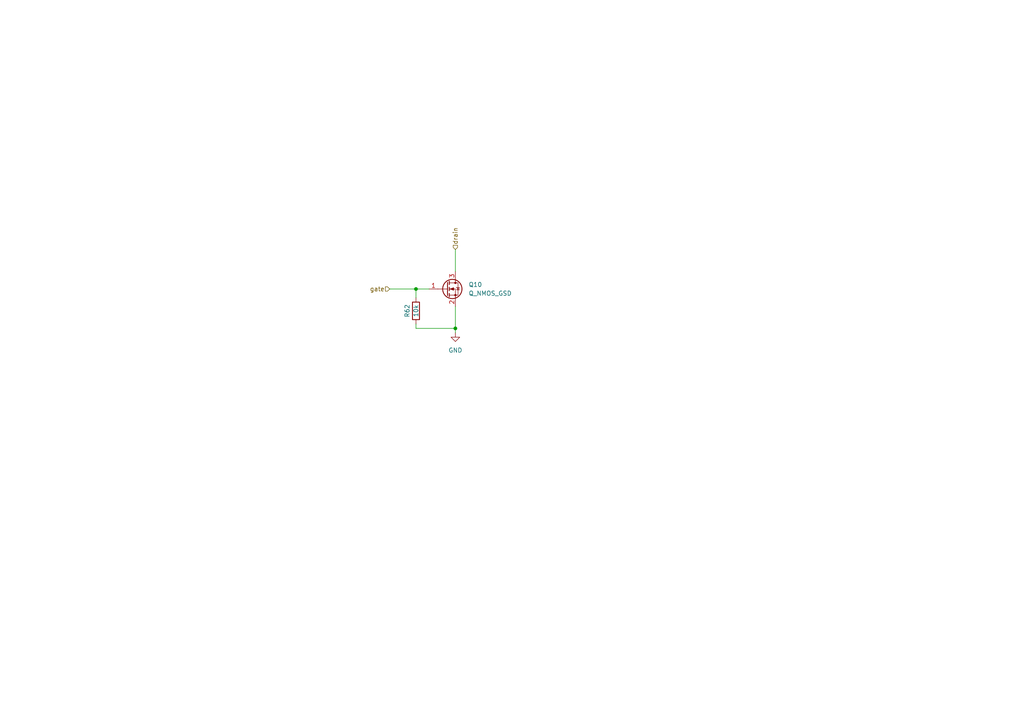
<source format=kicad_sch>
(kicad_sch (version 20211123) (generator eeschema)
  (paper "A4")
  (title_block (title "pulldown circuit"))
  (lib_symbols
    (symbol "Device:Q_NMOS_GSD" (pin_names (offset 0) hide)
      (property "Reference" "Q" (at 5.08 1.27 0))
      (property "Value" "Q_NMOS_GSD" (at 5.08 -1.27 0))
      (symbol "Q_NMOS_GSD_0_1"
        (polyline (pts (xy 0.254 0) (xy -2.54 0)))
        (polyline (pts (xy 0.254 1.905) (xy 0.254 -1.905)) (stroke (width 0.254)))
        (polyline (pts (xy 0.762 -1.27) (xy 0.762 -2.286)) (stroke (width 0.254)))
        (polyline (pts (xy 0.762 0.508) (xy 0.762 -0.508)) (stroke (width 0.254)))
        (polyline (pts (xy 0.762 2.286) (xy 0.762 1.27)) (stroke (width 0.254)))
        (polyline (pts (xy 2.54 2.54) (xy 2.54 1.778)))
        (polyline (pts (xy 2.54 -2.54) (xy 2.54 0) (xy 0.762 0)))
        (polyline (pts (xy 0.762 -1.778) (xy 3.302 -1.778) (xy 3.302 1.778) (xy 0.762 1.778)))
        (polyline (pts (xy 1.016 0) (xy 2.032 0.381) (xy 2.032 -0.381) (xy 1.016 0)) (fill (type outline)))
        (polyline (pts (xy 2.794 0.508) (xy 2.921 0.381) (xy 3.683 0.381) (xy 3.81 0.254)))
        (polyline (pts (xy 3.302 0.381) (xy 2.921 -0.254) (xy 3.683 -0.254) (xy 3.302 0.381)))
        (circle (center 1.651 0) (radius 2.794) (stroke (width 0.254)))
        (circle (center 2.54 -1.778) (radius 0.254) (fill (type outline)))
        (circle (center 2.54 1.778) (radius 0.254) (fill (type outline)))
      )
      (symbol "Q_NMOS_GSD_1_1"
        (pin input line (at -5.08 0 0) (length 2.54) (name "G") (number "1"))
        (pin passive line (at 2.54 -5.08 90) (length 2.54) (name "S") (number "2"))
        (pin passive line (at 2.54 5.08 270) (length 2.54) (name "D") (number "3"))
      )
    )
    (symbol "Device:R" (pin_numbers hide) (pin_names (offset 0))
      (property "Reference" "R" (at 2.032 0 90))
      (property "Value" "R" (at 0 0 90))
      (symbol "R_0_1"
        (rectangle (start -1.016 -2.54) (end 1.016 2.54) (stroke (width 0.254)))
      )
      (symbol "R_1_1"
        (pin passive line (at 0 3.81 270) (length 1.27) (name "~") (number "1"))
        (pin passive line (at 0 -3.81 90) (length 1.27) (name "~") (number "2"))
      )
    )
    (symbol "power:GND" (power) (pin_names (offset 0))
      (property "Value" "GND" (at 0 -3.81 0))
      (symbol "GND_0_1"
        (polyline (pts (xy 0 0) (xy 0 -1.27) (xy 1.27 -1.27) (xy 0 -2.54) (xy -1.27 -1.27) (xy 0 -1.27)))
      )
      (symbol "GND_1_1"
        (pin power_in line (at 0 0 270) (length 0) hide (name "GND") (number "1"))
      )
    )
  )
  (junction (at 120.65 83.82))
  (junction (at 132.08 95.25))
  (wire (pts (xy 113.03 83.82) (xy 120.65 83.82)))
  (wire (pts (xy 132.08 72.39) (xy 132.08 78.74)))
  (wire (pts (xy 120.65 83.82) (xy 120.65 86.36)))
  (wire (pts (xy 132.08 88.9) (xy 132.08 95.25)))
  (wire (pts (xy 120.65 83.82) (xy 124.46 83.82)))
  (wire (pts (xy 132.08 95.25) (xy 132.08 96.52)))
  (wire (pts (xy 120.65 93.98) (xy 120.65 95.25)))
  (wire (pts (xy 120.65 95.25) (xy 132.08 95.25)))
  (hierarchical_label "gate" (shape input) (at 113.03 83.82 180))
  (hierarchical_label "drain" (shape input) (at 132.08 72.39 90))
  (symbol (lib_id "Device:R") (at 120.65 90.17 180) (unit 1)
    (property "Reference" "R62" (at 118.11 90.17 90))
    (property "Value" "10k" (at 120.65 90.17 90))
    (property "Footprint" "Resistor_SMD:R_0402_1005Metric" (effects hide))
  )
  (symbol (lib_id "Device:Q_NMOS_GSD") (at 129.54 83.82 0) (unit 1)
    (property "Reference" "Q10" (at 135.89 82.5499 0) (effects (justify left)))
    (property "Value" "Q_NMOS_GSD" (at 135.89 85.0899 0) (effects (justify left)))
    (property "Footprint" "Package_TO_SOT_SMD:SOT-23" (effects hide))
  )
  (symbol (lib_id "power:GND") (at 132.08 96.52 0) (unit 1)
    (property "Reference" "#PWR0102" (effects hide))
    (property "Value" "GND" (at 132.08 101.6 0))
  )
)
</source>
